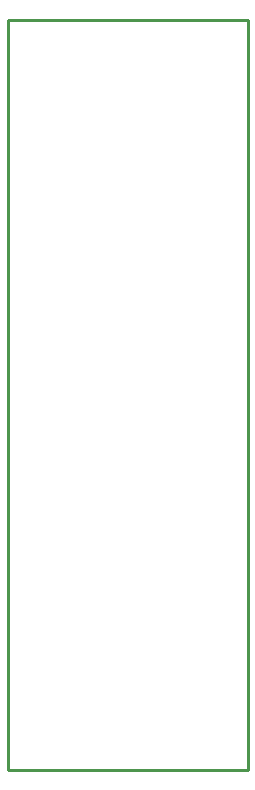
<source format=gbr>
%TF.GenerationSoftware,Altium Limited,Altium Designer,19.1.8 (144)*%
G04 Layer_Color=1930808*
%FSLAX26Y26*%
%MOIN*%
%TF.FileFunction,Other,Board*%
%TF.Part,Single*%
G01*
G75*
%TA.AperFunction,NonConductor*%
%ADD16C,0.010000*%
D16*
X1570000Y265000D02*
Y2765000D01*
Y265000D02*
X2370000D01*
Y2765000D01*
X1570000D02*
X2370000D01*
%TF.MD5,561370b049909f67a51cb15b1e642945*%
M02*

</source>
